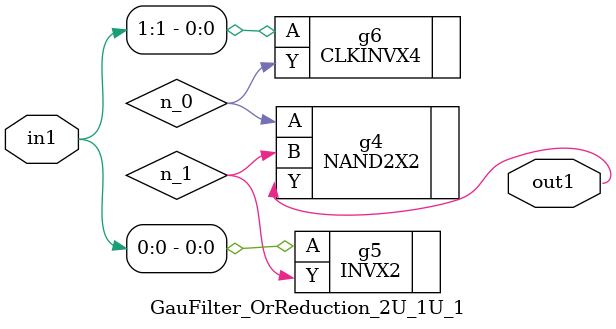
<source format=v>
`timescale 1ps / 1ps


module GauFilter_OrReduction_2U_1U_1(in1, out1);
  input [1:0] in1;
  output out1;
  wire [1:0] in1;
  wire out1;
  wire n_0, n_1;
  NAND2X2 g4(.A (n_0), .B (n_1), .Y (out1));
  INVX2 g5(.A (in1[0]), .Y (n_1));
  CLKINVX4 g6(.A (in1[1]), .Y (n_0));
endmodule


</source>
